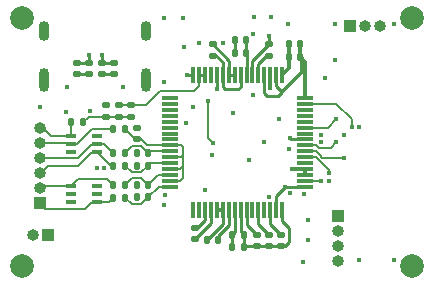
<source format=gbr>
%TF.GenerationSoftware,KiCad,Pcbnew,8.0.2-1*%
%TF.CreationDate,2024-05-16T14:53:04+09:00*%
%TF.ProjectId,eeg,6565672e-6b69-4636-9164-5f7063625858,rev?*%
%TF.SameCoordinates,Original*%
%TF.FileFunction,Copper,L1,Top*%
%TF.FilePolarity,Positive*%
%FSLAX46Y46*%
G04 Gerber Fmt 4.6, Leading zero omitted, Abs format (unit mm)*
G04 Created by KiCad (PCBNEW 8.0.2-1) date 2024-05-16 14:53:04*
%MOMM*%
%LPD*%
G01*
G04 APERTURE LIST*
G04 Aperture macros list*
%AMRoundRect*
0 Rectangle with rounded corners*
0 $1 Rounding radius*
0 $2 $3 $4 $5 $6 $7 $8 $9 X,Y pos of 4 corners*
0 Add a 4 corners polygon primitive as box body*
4,1,4,$2,$3,$4,$5,$6,$7,$8,$9,$2,$3,0*
0 Add four circle primitives for the rounded corners*
1,1,$1+$1,$2,$3*
1,1,$1+$1,$4,$5*
1,1,$1+$1,$6,$7*
1,1,$1+$1,$8,$9*
0 Add four rect primitives between the rounded corners*
20,1,$1+$1,$2,$3,$4,$5,0*
20,1,$1+$1,$4,$5,$6,$7,0*
20,1,$1+$1,$6,$7,$8,$9,0*
20,1,$1+$1,$8,$9,$2,$3,0*%
G04 Aperture macros list end*
%TA.AperFunction,ComponentPad*%
%ADD10R,1.000000X1.000000*%
%TD*%
%TA.AperFunction,ComponentPad*%
%ADD11O,1.000000X1.000000*%
%TD*%
%TA.AperFunction,SMDPad,CuDef*%
%ADD12RoundRect,0.140000X0.170000X-0.140000X0.170000X0.140000X-0.170000X0.140000X-0.170000X-0.140000X0*%
%TD*%
%TA.AperFunction,SMDPad,CuDef*%
%ADD13RoundRect,0.140000X-0.140000X-0.170000X0.140000X-0.170000X0.140000X0.170000X-0.140000X0.170000X0*%
%TD*%
%TA.AperFunction,WasherPad*%
%ADD14C,2.000000*%
%TD*%
%TA.AperFunction,SMDPad,CuDef*%
%ADD15RoundRect,0.140000X-0.170000X0.140000X-0.170000X-0.140000X0.170000X-0.140000X0.170000X0.140000X0*%
%TD*%
%TA.AperFunction,SMDPad,CuDef*%
%ADD16RoundRect,0.135000X-0.135000X-0.185000X0.135000X-0.185000X0.135000X0.185000X-0.135000X0.185000X0*%
%TD*%
%TA.AperFunction,SMDPad,CuDef*%
%ADD17RoundRect,0.140000X0.140000X0.170000X-0.140000X0.170000X-0.140000X-0.170000X0.140000X-0.170000X0*%
%TD*%
%TA.AperFunction,SMDPad,CuDef*%
%ADD18R,1.475000X0.300000*%
%TD*%
%TA.AperFunction,SMDPad,CuDef*%
%ADD19R,0.300000X1.475000*%
%TD*%
%TA.AperFunction,SMDPad,CuDef*%
%ADD20RoundRect,0.135000X0.185000X-0.135000X0.185000X0.135000X-0.185000X0.135000X-0.185000X-0.135000X0*%
%TD*%
%TA.AperFunction,SMDPad,CuDef*%
%ADD21R,0.900000X0.400000*%
%TD*%
%TA.AperFunction,ComponentPad*%
%ADD22O,0.900000X2.000000*%
%TD*%
%TA.AperFunction,ComponentPad*%
%ADD23O,0.900000X1.700000*%
%TD*%
%TA.AperFunction,ViaPad*%
%ADD24C,0.400000*%
%TD*%
%TA.AperFunction,ViaPad*%
%ADD25C,0.450000*%
%TD*%
%TA.AperFunction,Conductor*%
%ADD26C,0.150000*%
%TD*%
%TA.AperFunction,Conductor*%
%ADD27C,0.250000*%
%TD*%
%TA.AperFunction,Conductor*%
%ADD28C,0.300000*%
%TD*%
G04 APERTURE END LIST*
D10*
%TO.P,J2,1,Pin_1*%
%TO.N,/DVDD*%
X160220000Y-106230000D03*
D11*
%TO.P,J2,2,Pin_2*%
%TO.N,/SWDIO*%
X160220000Y-107500000D03*
%TO.P,J2,3,Pin_3*%
%TO.N,/SWDCLK*%
X160220000Y-108770000D03*
%TO.P,J2,4,Pin_4*%
%TO.N,GND*%
X160220000Y-110040000D03*
%TD*%
D12*
%TO.P,C29,1*%
%TO.N,GND*%
X141290000Y-94250000D03*
%TO.P,C29,2*%
%TO.N,VSSA*%
X141290000Y-93290000D03*
%TD*%
D13*
%TO.P,C42,1*%
%TO.N,GND*%
X143200000Y-100910000D03*
%TO.P,C42,2*%
%TO.N,/ads1299/IN4P*%
X144160000Y-100910000D03*
%TD*%
D12*
%TO.P,C35,1*%
%TO.N,GND*%
X139195000Y-94250000D03*
%TO.P,C35,2*%
%TO.N,/AVDD*%
X139195000Y-93290000D03*
%TD*%
D14*
%TO.P,EEG_Board1,*%
%TO.N,*%
X133500000Y-89500000D03*
X133500000Y-110500000D03*
X166500000Y-89500000D03*
X166500000Y-110500000D03*
%TD*%
D15*
%TO.P,C43,1*%
%TO.N,GND*%
X143250000Y-98760000D03*
%TO.P,C43,2*%
%TO.N,/ads1299/E_REFERENCE*%
X143250000Y-99720000D03*
%TD*%
D13*
%TO.P,C30,1*%
%TO.N,GND*%
X156090000Y-91670000D03*
%TO.P,C30,2*%
%TO.N,/DVDD*%
X157050000Y-91670000D03*
%TD*%
D16*
%TO.P,R6,1*%
%TO.N,/ads1299/2P*%
X141200000Y-103610000D03*
%TO.P,R6,2*%
%TO.N,/ads1299/IN2P*%
X142220000Y-103610000D03*
%TD*%
D10*
%TO.P,J1,1,Pin_1*%
%TO.N,/UART_RX*%
X161265000Y-90160000D03*
D11*
%TO.P,J1,2,Pin_2*%
%TO.N,/UART_TX*%
X162535000Y-90160000D03*
%TO.P,J1,3,Pin_3*%
%TO.N,GND*%
X163805000Y-90160000D03*
%TD*%
D16*
%TO.P,R10,1*%
%TO.N,/ads1299/REF*%
X141200000Y-98860000D03*
%TO.P,R10,2*%
%TO.N,/ads1299/E_REFERENCE*%
X142220000Y-98860000D03*
%TD*%
D17*
%TO.P,C21,1*%
%TO.N,VSSA*%
X152250000Y-108830000D03*
%TO.P,C21,2*%
%TO.N,Net-(IC3-VREFP)*%
X151290000Y-108830000D03*
%TD*%
D18*
%TO.P,IC3,1,IN8N*%
%TO.N,unconnected-(IC3-IN8N-Pad1)*%
X146012000Y-96250000D03*
%TO.P,IC3,2,IN8P*%
%TO.N,unconnected-(IC3-IN8P-Pad2)*%
X146012000Y-96750000D03*
%TO.P,IC3,3,IN7N*%
%TO.N,unconnected-(IC3-IN7N-Pad3)*%
X146012000Y-97250000D03*
%TO.P,IC3,4,IN7P*%
%TO.N,unconnected-(IC3-IN7P-Pad4)*%
X146012000Y-97750000D03*
%TO.P,IC3,5,IN6N*%
%TO.N,unconnected-(IC3-IN6N-Pad5)*%
X146012000Y-98250000D03*
%TO.P,IC3,6,IN6P*%
%TO.N,unconnected-(IC3-IN6P-Pad6)*%
X146012000Y-98750000D03*
%TO.P,IC3,7,IN5N*%
%TO.N,unconnected-(IC3-IN5N-Pad7)*%
X146012000Y-99250000D03*
%TO.P,IC3,8,IN5P*%
%TO.N,unconnected-(IC3-IN5P-Pad8)*%
X146012000Y-99750000D03*
%TO.P,IC3,9,IN4N*%
%TO.N,/ads1299/E_REFERENCE*%
X146012000Y-100250000D03*
%TO.P,IC3,10,IN4P*%
%TO.N,/ads1299/IN4P*%
X146012000Y-100750000D03*
%TO.P,IC3,11,IN3N*%
%TO.N,/ads1299/E_REFERENCE*%
X146012000Y-101250000D03*
%TO.P,IC3,12,IN3P*%
%TO.N,/ads1299/IN3P*%
X146012000Y-101750000D03*
%TO.P,IC3,13,IN2N*%
%TO.N,/ads1299/E_REFERENCE*%
X146012000Y-102250000D03*
%TO.P,IC3,14,IN2P*%
%TO.N,/ads1299/IN2P*%
X146012000Y-102750000D03*
%TO.P,IC3,15,IN1N*%
%TO.N,/ads1299/E_REFERENCE*%
X146012000Y-103250000D03*
%TO.P,IC3,16,IN1P*%
%TO.N,/ads1299/IN1P*%
X146012000Y-103750000D03*
D19*
%TO.P,IC3,17,SRB1*%
%TO.N,unconnected-(IC3-SRB1-Pad17)*%
X148000000Y-105738000D03*
%TO.P,IC3,18,SRB2*%
%TO.N,unconnected-(IC3-SRB2-Pad18)*%
X148500000Y-105738000D03*
%TO.P,IC3,19,AVDD_1*%
%TO.N,/AVDD*%
X149000000Y-105738000D03*
%TO.P,IC3,20,AVSS_1*%
%TO.N,VSSA*%
X149500000Y-105738000D03*
%TO.P,IC3,21,AVDD_2*%
%TO.N,/AVDD*%
X150000000Y-105738000D03*
%TO.P,IC3,22,AVDD_3*%
X150500000Y-105738000D03*
%TO.P,IC3,23,AVSS_2*%
%TO.N,VSSA*%
X151000000Y-105738000D03*
%TO.P,IC3,24,VREFP*%
%TO.N,Net-(IC3-VREFP)*%
X151500000Y-105738000D03*
%TO.P,IC3,25,VREFN*%
%TO.N,VSSA*%
X152000000Y-105738000D03*
%TO.P,IC3,26,VCAP4*%
%TO.N,Net-(IC3-VCAP4)*%
X152500000Y-105738000D03*
%TO.P,IC3,27,NC_1*%
%TO.N,unconnected-(IC3-NC_1-Pad27)*%
X153000000Y-105738000D03*
%TO.P,IC3,28,VCAP1*%
%TO.N,Net-(IC3-VCAP1)*%
X153500000Y-105738000D03*
%TO.P,IC3,29,NC_2*%
%TO.N,unconnected-(IC3-NC_2-Pad29)*%
X154000000Y-105738000D03*
%TO.P,IC3,30,VCAP2*%
%TO.N,Net-(IC3-VCAP2)*%
X154500000Y-105738000D03*
%TO.P,IC3,31,RESV1*%
%TO.N,GND*%
X155000000Y-105738000D03*
%TO.P,IC3,32,AVSS_3*%
%TO.N,VSSA*%
X155500000Y-105738000D03*
D18*
%TO.P,IC3,33,DGND_1*%
%TO.N,GND*%
X157488000Y-103750000D03*
%TO.P,IC3,34,DIN*%
%TO.N,/ads1299/MOSI*%
X157488000Y-103250000D03*
%TO.P,IC3,35,~{PWDN}*%
%TO.N,/DVDD*%
X157488000Y-102750000D03*
%TO.P,IC3,36,~{RESET}*%
X157488000Y-102250000D03*
%TO.P,IC3,37,CLK*%
%TO.N,unconnected-(IC3-CLK-Pad37)*%
X157488000Y-101750000D03*
%TO.P,IC3,38,START*%
%TO.N,/ads1299/START*%
X157488000Y-101250000D03*
%TO.P,IC3,39,~{CS}*%
%TO.N,/ads1299/~{ADS1299_CS}*%
X157488000Y-100750000D03*
%TO.P,IC3,40,SCLK*%
%TO.N,/ads1299/SCK*%
X157488000Y-100250000D03*
%TO.P,IC3,41,DAISY_IN*%
%TO.N,GND*%
X157488000Y-99750000D03*
%TO.P,IC3,42,GPIO1*%
%TO.N,unconnected-(IC3-GPIO1-Pad42)*%
X157488000Y-99250000D03*
%TO.P,IC3,43,DOUT*%
%TO.N,/ads1299/MISO*%
X157488000Y-98750000D03*
%TO.P,IC3,44,GPIO2*%
%TO.N,unconnected-(IC3-GPIO2-Pad44)*%
X157488000Y-98250000D03*
%TO.P,IC3,45,GPIO3*%
%TO.N,unconnected-(IC3-GPIO3-Pad45)*%
X157488000Y-97750000D03*
%TO.P,IC3,46,GPIO4*%
%TO.N,unconnected-(IC3-GPIO4-Pad46)*%
X157488000Y-97250000D03*
%TO.P,IC3,47,~{DRDY}*%
%TO.N,/ads1299/~{DRDY}*%
X157488000Y-96750000D03*
%TO.P,IC3,48,DVDD_1*%
%TO.N,/DVDD*%
X157488000Y-96250000D03*
D19*
%TO.P,IC3,49,DGND_2*%
%TO.N,GND*%
X155500000Y-94262000D03*
%TO.P,IC3,50,DVDD_2*%
%TO.N,/DVDD*%
X155000000Y-94262000D03*
%TO.P,IC3,51,DGND_3*%
%TO.N,GND*%
X154500000Y-94262000D03*
%TO.P,IC3,52,CLKSEL*%
%TO.N,/DVDD*%
X154000000Y-94262000D03*
%TO.P,IC3,53,AVSS1*%
%TO.N,VSSA*%
X153500000Y-94262000D03*
%TO.P,IC3,54,AVDD1*%
%TO.N,/AVDD*%
X153000000Y-94262000D03*
%TO.P,IC3,55,VCAP3*%
%TO.N,Net-(IC3-VCAP3)*%
X152500000Y-94262000D03*
%TO.P,IC3,56,AVDD_4*%
%TO.N,/AVDD*%
X152000000Y-94262000D03*
%TO.P,IC3,57,AVSS_4*%
%TO.N,VSSA*%
X151500000Y-94262000D03*
%TO.P,IC3,58,AVSS_5*%
X151000000Y-94262000D03*
%TO.P,IC3,59,AVDD_5*%
%TO.N,/AVDD*%
X150500000Y-94262000D03*
%TO.P,IC3,60,BIASREF*%
%TO.N,GND*%
X150000000Y-94262000D03*
%TO.P,IC3,61,BIASINV*%
%TO.N,unconnected-(IC3-BIASINV-Pad61)*%
X149500000Y-94262000D03*
%TO.P,IC3,62,BIASIN*%
%TO.N,Net-(IC3-BIASIN)*%
X149000000Y-94262000D03*
%TO.P,IC3,63,BIASOUT*%
X148500000Y-94262000D03*
%TO.P,IC3,64,RESERVED*%
%TO.N,GND*%
X148000000Y-94262000D03*
%TD*%
D12*
%TO.P,C28,1*%
%TO.N,GND*%
X140250000Y-94250000D03*
%TO.P,C28,2*%
%TO.N,VSSA*%
X140250000Y-93290000D03*
%TD*%
D17*
%TO.P,C33,1*%
%TO.N,VSSA*%
X150110000Y-108280000D03*
%TO.P,C33,2*%
%TO.N,/AVDD*%
X149150000Y-108280000D03*
%TD*%
D20*
%TO.P,R4,1*%
%TO.N,/ads1299/BIAS_DRV*%
X142720000Y-97820000D03*
%TO.P,R4,2*%
%TO.N,Net-(IC3-BIASIN)*%
X142720000Y-96800000D03*
%TD*%
D16*
%TO.P,R8,1*%
%TO.N,/ads1299/4P*%
X141200000Y-100910000D03*
%TO.P,R8,2*%
%TO.N,/ads1299/IN4P*%
X142220000Y-100910000D03*
%TD*%
D17*
%TO.P,C25,1*%
%TO.N,Net-(IC3-VCAP3)*%
X152490000Y-91370000D03*
%TO.P,C25,2*%
%TO.N,VSSA*%
X151530000Y-91370000D03*
%TD*%
D15*
%TO.P,C23,1*%
%TO.N,Net-(IC3-VCAP4)*%
X153350000Y-107820000D03*
%TO.P,C23,2*%
%TO.N,VSSA*%
X153350000Y-108780000D03*
%TD*%
D16*
%TO.P,R7,1*%
%TO.N,/ads1299/3P*%
X141200000Y-101980000D03*
%TO.P,R7,2*%
%TO.N,/ads1299/IN3P*%
X142220000Y-101980000D03*
%TD*%
D15*
%TO.P,C27,1*%
%TO.N,Net-(IC3-VCAP2)*%
X155440000Y-107820000D03*
%TO.P,C27,2*%
%TO.N,VSSA*%
X155440000Y-108780000D03*
%TD*%
D12*
%TO.P,C20,1*%
%TO.N,/ads1299/BIAS_DRV*%
X141660000Y-97830000D03*
%TO.P,C20,2*%
%TO.N,Net-(IC3-BIASIN)*%
X141660000Y-96870000D03*
%TD*%
D13*
%TO.P,C41,1*%
%TO.N,GND*%
X143200000Y-103610000D03*
%TO.P,C41,2*%
%TO.N,/ads1299/IN2P*%
X144160000Y-103610000D03*
%TD*%
%TO.P,C32,1*%
%TO.N,GND*%
X156090000Y-92730000D03*
%TO.P,C32,2*%
%TO.N,/DVDD*%
X157050000Y-92730000D03*
%TD*%
D21*
%TO.P,D4,1*%
%TO.N,/ads1299/BIAS*%
X137660000Y-99490000D03*
%TO.P,D4,2*%
%TO.N,/ads1299/REF*%
X137660000Y-100140000D03*
%TO.P,D4,3*%
%TO.N,GND*%
X137660000Y-100790000D03*
%TO.P,D4,4*%
%TO.N,/ads1299/3P*%
X139860000Y-100790000D03*
%TO.P,D4,5*%
%TO.N,/ads1299/4P*%
X139860000Y-100140000D03*
%TO.P,D4,6,NC*%
%TO.N,unconnected-(D4-NC-Pad6)*%
X139860000Y-99490000D03*
%TD*%
D15*
%TO.P,C24,1*%
%TO.N,Net-(IC3-VCAP1)*%
X154390000Y-107820000D03*
%TO.P,C24,2*%
%TO.N,VSSA*%
X154390000Y-108780000D03*
%TD*%
D12*
%TO.P,C37,1*%
%TO.N,GND*%
X138165000Y-94250000D03*
%TO.P,C37,2*%
%TO.N,/AVDD*%
X138165000Y-93290000D03*
%TD*%
D13*
%TO.P,C39,1*%
%TO.N,GND*%
X143200000Y-101960000D03*
%TO.P,C39,2*%
%TO.N,/ads1299/IN3P*%
X144160000Y-101960000D03*
%TD*%
D15*
%TO.P,C40,1*%
%TO.N,GND*%
X140640000Y-96860000D03*
%TO.P,C40,2*%
%TO.N,/ads1299/BIAS_DRV*%
X140640000Y-97820000D03*
%TD*%
D17*
%TO.P,C26,1*%
%TO.N,Net-(IC3-VCAP3)*%
X152490000Y-92410000D03*
%TO.P,C26,2*%
%TO.N,VSSA*%
X151530000Y-92410000D03*
%TD*%
D16*
%TO.P,R9,1*%
%TO.N,/ads1299/BIAS*%
X137660000Y-98290000D03*
%TO.P,R9,2*%
%TO.N,/ads1299/BIAS_DRV*%
X138680000Y-98290000D03*
%TD*%
D13*
%TO.P,C22,1*%
%TO.N,Net-(IC3-VREFP)*%
X151290000Y-107840000D03*
%TO.P,C22,2*%
%TO.N,VSSA*%
X152250000Y-107840000D03*
%TD*%
%TO.P,C38,1*%
%TO.N,GND*%
X143200000Y-104660000D03*
%TO.P,C38,2*%
%TO.N,/ads1299/IN1P*%
X144160000Y-104660000D03*
%TD*%
D21*
%TO.P,D3,1*%
%TO.N,/ads1299/2P*%
X137652500Y-103710000D03*
%TO.P,D3,2*%
%TO.N,unconnected-(D3-Pad2)*%
X137652500Y-104360000D03*
%TO.P,D3,3*%
%TO.N,GND*%
X137652500Y-105010000D03*
%TO.P,D3,4*%
%TO.N,/ads1299/1P*%
X139852500Y-105010000D03*
%TO.P,D3,5*%
%TO.N,unconnected-(D3-Pad5)*%
X139852500Y-104360000D03*
%TO.P,D3,6,NC*%
%TO.N,unconnected-(D3-NC-Pad6)*%
X139852500Y-103710000D03*
%TD*%
D12*
%TO.P,C31,1*%
%TO.N,VSSA*%
X148120000Y-108220000D03*
%TO.P,C31,2*%
%TO.N,/AVDD*%
X148120000Y-107260000D03*
%TD*%
%TO.P,C34,1*%
%TO.N,VSSA*%
X154420000Y-92660000D03*
%TO.P,C34,2*%
%TO.N,/AVDD*%
X154420000Y-91700000D03*
%TD*%
D10*
%TO.P,J4,1,Pin_1*%
%TO.N,/ads1299/1P*%
X135000000Y-105175000D03*
D11*
%TO.P,J4,2,Pin_2*%
%TO.N,/ads1299/2P*%
X135000000Y-103905000D03*
%TO.P,J4,3,Pin_3*%
%TO.N,/ads1299/3P*%
X135000000Y-102635000D03*
%TO.P,J4,4,Pin_4*%
%TO.N,/ads1299/4P*%
X135000000Y-101365000D03*
%TO.P,J4,5,Pin_5*%
%TO.N,/ads1299/REF*%
X135000000Y-100095000D03*
%TO.P,J4,6,Pin_6*%
%TO.N,/ads1299/BIAS*%
X135000000Y-98825000D03*
%TD*%
D16*
%TO.P,R5,1*%
%TO.N,/ads1299/1P*%
X141200000Y-104670000D03*
%TO.P,R5,2*%
%TO.N,/ads1299/IN1P*%
X142220000Y-104670000D03*
%TD*%
D15*
%TO.P,C36,1*%
%TO.N,VSSA*%
X149620000Y-91710000D03*
%TO.P,C36,2*%
%TO.N,/AVDD*%
X149620000Y-92670000D03*
%TD*%
D10*
%TO.P,BT1,1,+*%
%TO.N,Net-(BT1-+)*%
X135720000Y-107870000D03*
D11*
%TO.P,BT1,2,-*%
%TO.N,GND*%
X134450000Y-107870000D03*
%TD*%
D22*
%TO.P,J3,S1,SHIELD*%
%TO.N,unconnected-(J3-SHIELD-PadS1)_0*%
X135350000Y-94750000D03*
%TO.P,J3,S2,SHIELD*%
%TO.N,unconnected-(J3-SHIELD-PadS1)_2*%
X144000000Y-94750000D03*
D23*
%TO.P,J3,S3,SHIELD*%
%TO.N,unconnected-(J3-SHIELD-PadS1)*%
X135350000Y-90580000D03*
%TO.P,J3,S4,SHIELD*%
%TO.N,unconnected-(J3-SHIELD-PadS1)_1*%
X144000000Y-90580000D03*
%TD*%
D24*
%TO.N,VSSA*%
X148120000Y-108220000D03*
X149620000Y-91710000D03*
X153100000Y-89400000D03*
X151530000Y-91370000D03*
X150110000Y-108280000D03*
X154600000Y-89400000D03*
X152250000Y-108830000D03*
X153031075Y-90834648D03*
X140250000Y-92600000D03*
X154420000Y-92660000D03*
%TO.N,/DVDD*%
X152740000Y-101520000D03*
X147379996Y-98330000D03*
X157050000Y-91670000D03*
X159100000Y-94530000D03*
X145600000Y-104440000D03*
X156100000Y-100520000D03*
X157737500Y-108262500D03*
X157737500Y-106602500D03*
X156320000Y-102250000D03*
%TO.N,/USB-C/VBUS_IN*%
X137250000Y-97440000D03*
X142075000Y-95330000D03*
X147200000Y-91920000D03*
X137275000Y-95330000D03*
%TO.N,/nrf5340/VBUS_OUT*%
X139285774Y-97345000D03*
X155220000Y-98050000D03*
%TO.N,/AVDD*%
X153030000Y-96020000D03*
X149150000Y-108280000D03*
D25*
X149620000Y-92670000D03*
D24*
X151340000Y-97540000D03*
X154420000Y-91000000D03*
X139190000Y-92610000D03*
X148120000Y-107260000D03*
%TO.N,/power/CHG*%
X145525000Y-89500000D03*
X145520000Y-94890000D03*
%TO.N,/nrf5340/SDA*%
X145500000Y-105300000D03*
X159440000Y-103250000D03*
%TO.N,/power/PVDD*%
X149610000Y-101040000D03*
X149620000Y-100020000D03*
X147100000Y-89500000D03*
X149220000Y-96500000D03*
X139800000Y-102190000D03*
X140430000Y-102190000D03*
%TO.N,GND*%
X148000000Y-97000000D03*
X147430000Y-94260000D03*
X154505000Y-95435000D03*
X143200000Y-104660000D03*
X160000000Y-90000000D03*
X156160000Y-99610000D03*
X139195000Y-94250000D03*
X143200000Y-103610000D03*
X135000000Y-97000000D03*
X156000000Y-90000000D03*
X154000000Y-100000000D03*
X150000000Y-95510000D03*
X143210000Y-100910000D03*
X143200000Y-101960000D03*
X160000000Y-93000000D03*
X165000000Y-90000000D03*
X137652500Y-105010000D03*
X156090000Y-91670000D03*
X149000000Y-104000000D03*
X143250000Y-98760000D03*
X162000000Y-110000000D03*
X140640000Y-96860000D03*
X155780000Y-103750000D03*
X140250000Y-94250000D03*
X137660000Y-100790000D03*
X165000000Y-110000000D03*
%TO.N,/nrf5340/BMI270_CS*%
X157300000Y-110100000D03*
X160740000Y-99350000D03*
%TO.N,/ads1299/SCK*%
X154405823Y-104600498D03*
X160090000Y-100000000D03*
%TO.N,/ads1299/MISO*%
X160090000Y-98060000D03*
X156147102Y-104324650D03*
%TO.N,/ads1299/~{DRDY}*%
X161390000Y-98700000D03*
%TO.N,/ads1299/MOSI*%
X158790000Y-103250000D03*
%TO.N,/ads1299/~{ADS1299_CS}*%
X160740000Y-101300000D03*
%TO.N,/ads1299/START*%
X159440000Y-102600000D03*
%TO.N,/USB-C/DP1*%
X150500000Y-91600000D03*
X158790000Y-99350000D03*
%TO.N,/USB-C/DN1*%
X158790000Y-100000000D03*
X148500000Y-91600000D03*
%TO.N,/BMI270_INT1*%
X162040000Y-98700000D03*
X157400000Y-104400000D03*
%TD*%
D26*
%TO.N,/ads1299/BIAS_DRV*%
X140640000Y-97820000D02*
X142720000Y-97820000D01*
X140640000Y-97820000D02*
X139150000Y-97820000D01*
X139150000Y-97820000D02*
X138680000Y-98290000D01*
D27*
%TO.N,VSSA*%
X151000000Y-107010000D02*
X150110000Y-107900000D01*
X155440000Y-108780000D02*
X155749999Y-108780000D01*
X152300000Y-108780000D02*
X152250000Y-108830000D01*
X149631490Y-91710000D02*
X149620000Y-91710000D01*
X151000000Y-105738000D02*
X151000000Y-107010000D01*
X150110000Y-107900000D02*
X150110000Y-108280000D01*
X155500000Y-106660000D02*
X155500000Y-105738000D01*
X155749999Y-108780000D02*
X156110000Y-108419999D01*
X155440000Y-108780000D02*
X154390000Y-108780000D01*
X153350000Y-108780000D02*
X154390000Y-108780000D01*
X153350000Y-108780000D02*
X152300000Y-108780000D01*
X152000000Y-105738000D02*
X152000000Y-107590000D01*
X156110000Y-108419999D02*
X156110000Y-107270000D01*
X148131490Y-108220000D02*
X148120000Y-108220000D01*
X153500000Y-93340000D02*
X154180000Y-92660000D01*
X149500000Y-106851490D02*
X148131490Y-108220000D01*
X149500000Y-106725500D02*
X149500000Y-106851490D01*
X151000000Y-94262000D02*
X151500000Y-94262000D01*
X152250000Y-107840000D02*
X152250000Y-108830000D01*
X149500000Y-105738000D02*
X149500000Y-106725500D01*
X153500000Y-94262000D02*
X153500000Y-93340000D01*
X156110000Y-107270000D02*
X155500000Y-106660000D01*
X151000000Y-93078510D02*
X149631490Y-91710000D01*
X151000000Y-94262000D02*
X151000000Y-93078510D01*
X151530000Y-92410000D02*
X151530000Y-91370000D01*
X140250000Y-93290000D02*
X141290000Y-93290000D01*
X140250000Y-93290000D02*
X140250000Y-92600000D01*
X152000000Y-107590000D02*
X152250000Y-107840000D01*
X154180000Y-92660000D02*
X154420000Y-92660000D01*
D26*
%TO.N,/ads1299/E_REFERENCE*%
X146860000Y-101250000D02*
X146012000Y-101250000D01*
X143250000Y-99720000D02*
X143559999Y-99720000D01*
X146012000Y-100250000D02*
X146949500Y-100250000D01*
X146890000Y-102250000D02*
X146012000Y-102250000D01*
X146860000Y-101250000D02*
X146949500Y-101250000D01*
X143559999Y-99720000D02*
X144089999Y-100250000D01*
X147130000Y-101069500D02*
X146949500Y-101250000D01*
X146870000Y-103250000D02*
X146012000Y-103250000D01*
X147130000Y-102990000D02*
X147130000Y-102010000D01*
X143080000Y-99720000D02*
X142220000Y-98860000D01*
X147130000Y-102990000D02*
X146870000Y-103250000D01*
X146949500Y-100250000D02*
X147130000Y-100430500D01*
X143250000Y-99720000D02*
X143080000Y-99720000D01*
X144089999Y-100250000D02*
X146012000Y-100250000D01*
X147130000Y-101069500D02*
X147130000Y-100430500D01*
X147130000Y-102010000D02*
X147130000Y-101069500D01*
X147130000Y-102010000D02*
X146890000Y-102250000D01*
%TO.N,/ads1299/IN1P*%
X143575000Y-105245000D02*
X144160000Y-104660000D01*
X142220000Y-104670000D02*
X142795000Y-105245000D01*
X145070000Y-103750000D02*
X144160000Y-104660000D01*
X146012000Y-103750000D02*
X145070000Y-103750000D01*
X142795000Y-105245000D02*
X143575000Y-105245000D01*
%TO.N,/ads1299/IN3P*%
X142220000Y-101980000D02*
X142785000Y-102545000D01*
X144160000Y-101960000D02*
X144230000Y-101960000D01*
X144440000Y-101750000D02*
X146012000Y-101750000D01*
X144230000Y-101960000D02*
X144440000Y-101750000D01*
X142785000Y-102545000D02*
X143575000Y-102545000D01*
X143575000Y-102545000D02*
X144160000Y-101960000D01*
%TO.N,/ads1299/IN2P*%
X145020000Y-102750000D02*
X146012000Y-102750000D01*
X145992000Y-102730000D02*
X146012000Y-102750000D01*
X143575000Y-103025000D02*
X144160000Y-103610000D01*
X144160000Y-103610000D02*
X145020000Y-102750000D01*
X142220000Y-103610000D02*
X142805000Y-103025000D01*
X142805000Y-103025000D02*
X143575000Y-103025000D01*
%TO.N,/ads1299/IN4P*%
X144340000Y-100750000D02*
X146012000Y-100750000D01*
X144160000Y-100910000D02*
X144180000Y-100910000D01*
X144180000Y-100910000D02*
X144340000Y-100750000D01*
X142805000Y-100325000D02*
X143575000Y-100325000D01*
X142220000Y-100910000D02*
X142805000Y-100325000D01*
X143575000Y-100325000D02*
X144160000Y-100910000D01*
%TO.N,/ads1299/4P*%
X141200000Y-100910000D02*
X140430000Y-100140000D01*
X139440000Y-100140000D02*
X139860000Y-100140000D01*
X135000000Y-101365000D02*
X138215000Y-101365000D01*
X135105000Y-101260000D02*
X135000000Y-101365000D01*
X140430000Y-100140000D02*
X139860000Y-100140000D01*
X138215000Y-101365000D02*
X139440000Y-100140000D01*
%TO.N,/ads1299/2P*%
X135000000Y-103905000D02*
X135195000Y-103710000D01*
X135195000Y-103710000D02*
X137652500Y-103710000D01*
X140710000Y-103120000D02*
X141200000Y-103610000D01*
X137652500Y-103710000D02*
X138242500Y-103120000D01*
X138242500Y-103120000D02*
X140710000Y-103120000D01*
%TO.N,/ads1299/1P*%
X139852500Y-105010000D02*
X140860000Y-105010000D01*
X140860000Y-105010000D02*
X141200000Y-104670000D01*
X138820000Y-105600000D02*
X139410000Y-105010000D01*
X139410000Y-105010000D02*
X139852500Y-105010000D01*
X135425000Y-105600000D02*
X138820000Y-105600000D01*
X135000000Y-105175000D02*
X135425000Y-105600000D01*
%TO.N,/ads1299/3P*%
X135655000Y-101980000D02*
X138230000Y-101980000D01*
X138230000Y-101980000D02*
X139420000Y-100790000D01*
X139420000Y-100790000D02*
X139860000Y-100790000D01*
X135000000Y-102635000D02*
X135655000Y-101980000D01*
X141050000Y-101980000D02*
X139860000Y-100790000D01*
X141200000Y-101980000D02*
X141050000Y-101980000D01*
%TO.N,/ads1299/REF*%
X135000000Y-100095000D02*
X137615000Y-100095000D01*
X139430000Y-98860000D02*
X141200000Y-98860000D01*
X137615000Y-100095000D02*
X137660000Y-100140000D01*
X138150000Y-100140000D02*
X139430000Y-98860000D01*
X137660000Y-100140000D02*
X138150000Y-100140000D01*
%TO.N,/ads1299/BIAS*%
X135000000Y-98825000D02*
X135245000Y-98825000D01*
X137660000Y-99490000D02*
X137660000Y-98290000D01*
X135245000Y-98825000D02*
X135910000Y-99490000D01*
X135910000Y-99490000D02*
X137660000Y-99490000D01*
D28*
%TO.N,/DVDD*%
X157488000Y-96250000D02*
X157488000Y-93168000D01*
X157190000Y-92870000D02*
X157190000Y-94030000D01*
D27*
X154250000Y-96080000D02*
X155140000Y-96080000D01*
D28*
X157050000Y-92730000D02*
X157190000Y-92870000D01*
D27*
X155000000Y-94262000D02*
X155000000Y-95240000D01*
D28*
X157488000Y-93168000D02*
X157050000Y-92730000D01*
X157190000Y-94030000D02*
X155490000Y-95730000D01*
X157488000Y-102250000D02*
X157488000Y-102750000D01*
D27*
X154000000Y-94262000D02*
X153980000Y-94282000D01*
X153980000Y-95810000D02*
X154250000Y-96080000D01*
X155000000Y-95240000D02*
X155490000Y-95730000D01*
X155140000Y-96080000D02*
X155490000Y-95730000D01*
D28*
X157488000Y-102250000D02*
X156320000Y-102250000D01*
D27*
X153980000Y-94282000D02*
X153980000Y-95810000D01*
D28*
X157050000Y-91670000D02*
X157050000Y-92730000D01*
D26*
%TO.N,Net-(IC3-BIASIN)*%
X142650000Y-96870000D02*
X142720000Y-96800000D01*
X148049500Y-95650000D02*
X148500000Y-95199500D01*
D27*
X148500000Y-94262000D02*
X149000000Y-94262000D01*
D26*
X144024500Y-96800000D02*
X145174500Y-95650000D01*
X145174500Y-95650000D02*
X148049500Y-95650000D01*
X148500000Y-95199500D02*
X148500000Y-94262000D01*
X142720000Y-96800000D02*
X144024500Y-96800000D01*
X141660000Y-96870000D02*
X142650000Y-96870000D01*
D27*
%TO.N,Net-(IC3-VCAP4)*%
X152500000Y-105738000D02*
X152500000Y-106970000D01*
X152500000Y-106970000D02*
X153350000Y-107820000D01*
%TO.N,Net-(IC3-VCAP1)*%
X153500000Y-106930000D02*
X154390000Y-107820000D01*
X153500000Y-105738000D02*
X153500000Y-106930000D01*
%TO.N,Net-(IC3-VCAP3)*%
X152490000Y-91370000D02*
X152500000Y-91360000D01*
X152500000Y-94262000D02*
X152500000Y-92420000D01*
X152490000Y-91370000D02*
X152490000Y-92410000D01*
X152480000Y-92420000D02*
X152490000Y-92410000D01*
X152500000Y-92420000D02*
X152490000Y-92410000D01*
%TO.N,Net-(IC3-VCAP2)*%
X154500000Y-105738000D02*
X154500000Y-106886396D01*
X154500000Y-106886396D02*
X155433604Y-107820000D01*
X155433604Y-107820000D02*
X155440000Y-107820000D01*
%TO.N,/AVDD*%
X152000000Y-94262000D02*
X152000000Y-95299500D01*
X149150000Y-108223604D02*
X150500000Y-106873604D01*
X150500000Y-94262000D02*
X150500000Y-93224500D01*
X149000000Y-106589104D02*
X148329104Y-107260000D01*
X153000000Y-94262000D02*
X153000000Y-93088104D01*
X154388104Y-91700000D02*
X154420000Y-91700000D01*
X138165000Y-93290000D02*
X139195000Y-93290000D01*
X154420000Y-91700000D02*
X154420000Y-91000000D01*
X148329104Y-107260000D02*
X148120000Y-107260000D01*
X150500000Y-95299500D02*
X150500000Y-94262000D01*
X149150000Y-108280000D02*
X149150000Y-108223604D01*
X149000000Y-105738000D02*
X149000000Y-106589104D01*
X152000000Y-95299500D02*
X151789500Y-95510000D01*
X150500000Y-106873604D02*
X150500000Y-105738000D01*
X139195000Y-93290000D02*
X139195000Y-92615000D01*
D28*
X150500000Y-105738000D02*
X150000000Y-105738000D01*
D27*
X139195000Y-92615000D02*
X139190000Y-92610000D01*
X149945500Y-92670000D02*
X149620000Y-92670000D01*
X150500000Y-105738000D02*
X150500000Y-106520000D01*
X150710500Y-95510000D02*
X150500000Y-95299500D01*
X151789500Y-95510000D02*
X150710500Y-95510000D01*
X153000000Y-93088104D02*
X154388104Y-91700000D01*
X150500000Y-93224500D02*
X149945500Y-92670000D01*
D26*
%TO.N,/power/PVDD*%
X149230000Y-99630000D02*
X149620000Y-100020000D01*
X149230000Y-96510000D02*
X149230000Y-99630000D01*
X149220000Y-96500000D02*
X149230000Y-96510000D01*
D27*
%TO.N,GND*%
X147432000Y-94262000D02*
X147430000Y-94260000D01*
D28*
X156090000Y-91670000D02*
X156090000Y-92730000D01*
X154505000Y-95435000D02*
X154500000Y-95430000D01*
D27*
X148000000Y-94262000D02*
X147432000Y-94262000D01*
X155000000Y-104530000D02*
X155000000Y-105738000D01*
D28*
X156090000Y-92730000D02*
X156090000Y-93672000D01*
X156090000Y-93672000D02*
X155500000Y-94262000D01*
D27*
X138165000Y-94250000D02*
X139195000Y-94250000D01*
D28*
X154500000Y-95430000D02*
X154500000Y-94262000D01*
D27*
X156160000Y-99610000D02*
X156300000Y-99750000D01*
X150000000Y-94262000D02*
X150000000Y-95510000D01*
X140250000Y-94250000D02*
X141290000Y-94250000D01*
D28*
X156092000Y-92732000D02*
X156090000Y-92730000D01*
D27*
X157488000Y-103750000D02*
X155780000Y-103750000D01*
X156300000Y-99750000D02*
X157488000Y-99750000D01*
X155780000Y-103750000D02*
X155000000Y-104530000D01*
D26*
%TO.N,/ads1299/SCK*%
X158368248Y-100250000D02*
X158593248Y-100475000D01*
X157488000Y-100250000D02*
X158368248Y-100250000D01*
X158593248Y-100475000D02*
X159615000Y-100475000D01*
X159615000Y-100475000D02*
X160090000Y-100000000D01*
X160100000Y-99990000D02*
X160090000Y-100000000D01*
%TO.N,/ads1299/MISO*%
X160068248Y-98060000D02*
X160090000Y-98060000D01*
X159378248Y-98750000D02*
X160068248Y-98060000D01*
X157488000Y-98750000D02*
X159378248Y-98750000D01*
%TO.N,/ads1299/~{DRDY}*%
X160111752Y-96750000D02*
X161390000Y-98028248D01*
X161390000Y-98028248D02*
X161390000Y-98700000D01*
X157488000Y-96750000D02*
X160111752Y-96750000D01*
%TO.N,/ads1299/MOSI*%
X157488000Y-103250000D02*
X158790000Y-103250000D01*
%TO.N,/ads1299/~{ADS1299_CS}*%
X158717725Y-101100001D02*
X158917724Y-101300000D01*
X157488000Y-100750000D02*
X158367725Y-100750000D01*
X158717725Y-101100000D02*
X158717725Y-101100001D01*
X158367725Y-100750000D02*
X158717725Y-101100000D01*
X158917724Y-101300000D02*
X160740000Y-101300000D01*
%TO.N,/ads1299/START*%
X157488000Y-101250000D02*
X158372749Y-101250000D01*
X159440000Y-102317251D02*
X159440000Y-102600000D01*
X158372749Y-101250000D02*
X159440000Y-102317251D01*
D27*
%TO.N,Net-(IC3-VREFP)*%
X151290000Y-107840000D02*
X151500000Y-107630000D01*
X151500000Y-107630000D02*
X151500000Y-105738000D01*
X151290000Y-108830000D02*
X151290000Y-107840000D01*
%TD*%
M02*

</source>
